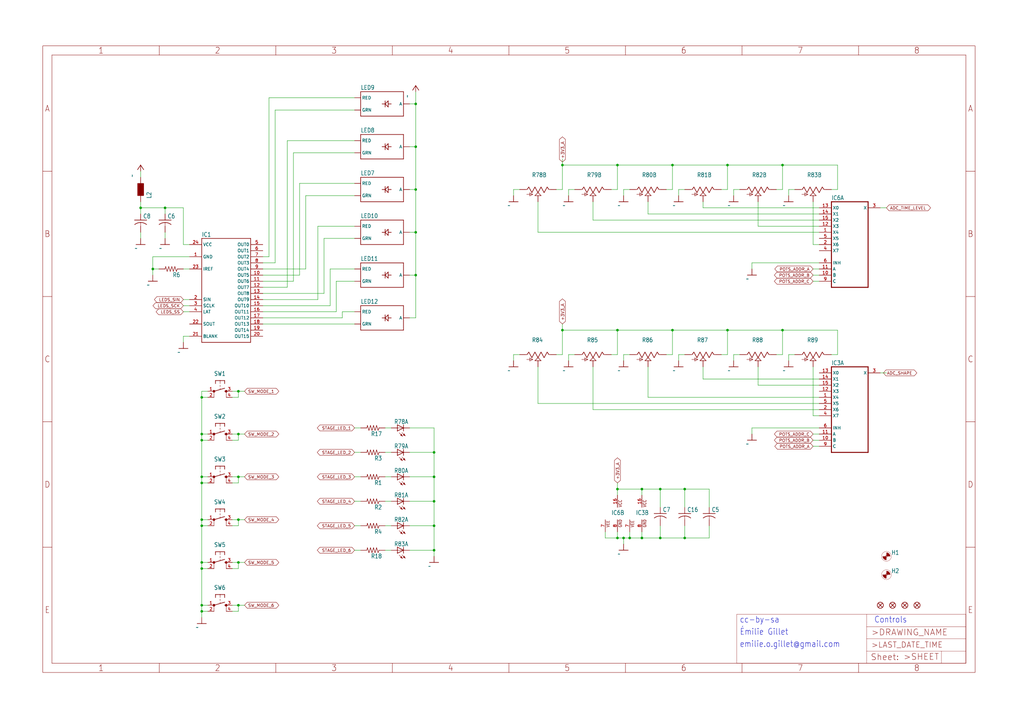
<source format=kicad_sch>
(kicad_sch (version 20211123) (generator eeschema)
  (paper "User" 425.45 299.161)
  (lib_symbols
    (symbol "stages_v70-eagle-import:+3V3" (power)
      (property "Value" "+3V3" (at -2.54 -5.08 90))
      (symbol "+3V3_1_0"
        (pin power_in line (at 0 -2.54 90) (length 2.54) (name "+3V3") (number "1"))
      )
    )
    (symbol "stages_v70-eagle-import:4051PW"
      (property "Reference" "IC" (at -2.54 -0.635 0))
      (symbol "4051PW_1_0"
        (pin bidirectional line (at -12.7 5.08 0) (length 5.08) (name "X4") (number "1"))
        (pin input line (at -12.7 -12.7 0) (length 5.08) (name "B") (number "10"))
        (pin input line (at -12.7 -10.16 0) (length 5.08) (name "A") (number "11"))
        (pin bidirectional line (at -12.7 7.62 0) (length 5.08) (name "X3") (number "12"))
        (pin bidirectional line (at -12.7 15.24 0) (length 5.08) (name "X0") (number "13"))
        (pin bidirectional line (at -12.7 12.7 0) (length 5.08) (name "X1") (number "14"))
        (pin bidirectional line (at -12.7 10.16 0) (length 5.08) (name "X2") (number "15"))
        (pin bidirectional line (at -12.7 0 0) (length 5.08) (name "X6") (number "2"))
        (pin bidirectional line (at 12.7 15.24 180) (length 5.08) (name "X") (number "3"))
        (pin bidirectional line (at -12.7 -2.54 0) (length 5.08) (name "X7") (number "4"))
        (pin bidirectional line (at -12.7 2.54 0) (length 5.08) (name "X5") (number "5"))
        (pin input line (at -12.7 -7.62 0) (length 5.08) (name "INH") (number "6"))
        (pin input line (at -12.7 -15.24 0) (length 5.08) (name "C") (number "9"))
      )
      (symbol "4051PW_2_0"
        (text "GND" (at 1.905 -5.842 900) (effects (font (size 1.27 1.0795)) (justify left bottom)))
        (text "VCC" (at 1.905 2.54 900) (effects (font (size 1.27 1.0795)) (justify left bottom)))
        (text "VEE" (at -3.175 -5.842 900) (effects (font (size 1.27 1.0795)) (justify left bottom)))
        (pin power_in line (at 0 7.62 270) (length 5.08) (name "VCC") (number "16"))
        (pin power_in line (at -5.08 -7.62 90) (length 5.08) (name "VEE") (number "7"))
        (pin power_in line (at 0 -7.62 90) (length 5.08) (name "GND") (number "8"))
      )
    )
    (symbol "stages_v70-eagle-import:A3L-LOC"
      (symbol "A3L-LOC_0_0"
        (text "1" (at 24.2094 1.905 0) (effects (font (size 2.54 2.286))))
        (text "1" (at 24.2094 258.445 0) (effects (font (size 2.54 2.286))))
        (text "2" (at 72.6281 1.905 0) (effects (font (size 2.54 2.286))))
        (text "2" (at 72.6281 258.445 0) (effects (font (size 2.54 2.286))))
        (text "3" (at 121.0469 1.905 0) (effects (font (size 2.54 2.286))))
        (text "3" (at 121.0469 258.445 0) (effects (font (size 2.54 2.286))))
        (text "4" (at 169.4656 1.905 0) (effects (font (size 2.54 2.286))))
        (text "4" (at 169.4656 258.445 0) (effects (font (size 2.54 2.286))))
        (text "5" (at 217.8844 1.905 0) (effects (font (size 2.54 2.286))))
        (text "5" (at 217.8844 258.445 0) (effects (font (size 2.54 2.286))))
        (text "6" (at 266.3031 1.905 0) (effects (font (size 2.54 2.286))))
        (text "6" (at 266.3031 258.445 0) (effects (font (size 2.54 2.286))))
        (text "7" (at 314.7219 1.905 0) (effects (font (size 2.54 2.286))))
        (text "7" (at 314.7219 258.445 0) (effects (font (size 2.54 2.286))))
        (text "8" (at 363.1406 1.905 0) (effects (font (size 2.54 2.286))))
        (text "8" (at 363.1406 258.445 0) (effects (font (size 2.54 2.286))))
        (text "A" (at 1.905 234.315 0) (effects (font (size 2.54 2.286))))
        (text "A" (at 385.445 234.315 0) (effects (font (size 2.54 2.286))))
        (text "B" (at 1.905 182.245 0) (effects (font (size 2.54 2.286))))
        (text "B" (at 385.445 182.245 0) (effects (font (size 2.54 2.286))))
        (text "C" (at 1.905 130.175 0) (effects (font (size 2.54 2.286))))
        (text "C" (at 385.445 130.175 0) (effects (font (size 2.54 2.286))))
        (text "D" (at 1.905 78.105 0) (effects (font (size 2.54 2.286))))
        (text "D" (at 385.445 78.105 0) (effects (font (size 2.54 2.286))))
        (text "E" (at 1.905 26.035 0) (effects (font (size 2.54 2.286))))
        (text "E" (at 385.445 26.035 0) (effects (font (size 2.54 2.286))))
      )
      (symbol "A3L-LOC_1_0"
        (text ">DRAWING_NAME" (at 344.17 15.24 0) (effects (font (size 2.54 2.54)) (justify left bottom)))
        (text ">LAST_DATE_TIME" (at 344.17 10.16 0) (effects (font (size 2.286 2.286)) (justify left bottom)))
        (text ">SHEET" (at 357.505 5.08 0) (effects (font (size 2.54 2.54)) (justify left bottom)))
        (text "Sheet:" (at 343.916 4.953 0) (effects (font (size 2.54 2.54)) (justify left bottom)))
      )
    )
    (symbol "stages_v70-eagle-import:BOURNS_SLIDER"
      (property "Reference" "R" (at -5.08 -2.54 90))
      (property "Value" "BOURNS_SLIDER" (at -2.54 -2.54 90))
      (symbol "BOURNS_SLIDER_1_0"
        (pin passive line (at 0 5.08 270) (length 2.54) (name "A") (number "B"))
        (pin passive line (at 0 -2.54 90) (length 2.54) (name "C") (number "E"))
      )
      (symbol "BOURNS_SLIDER_2_0"
        (pin passive line (at 0 -7.62 90) (length 2.54) (name "A") (number "1"))
        (pin passive line (at 5.08 0 180) (length 2.54) (name "S") (number "2"))
        (pin passive line (at 0 7.62 270) (length 2.54) (name "E") (number "3"))
      )
    )
    (symbol "stages_v70-eagle-import:C-USC0402"
      (property "Reference" "C" (at 1.016 0.635 0))
      (property "Value" "C-USC0402" (at 1.016 -4.191 0))
      (symbol "C-USC0402_1_0"
        (pin passive line (at 0 2.54 270) (length 2.54) (name "1") (number "1"))
        (pin passive line (at 0 -5.08 90) (length 2.54) (name "2") (number "2"))
      )
    )
    (symbol "stages_v70-eagle-import:C-USC1206"
      (property "Reference" "C" (at 1.016 0.635 0))
      (property "Value" "C-USC1206" (at 1.016 -4.191 0))
      (symbol "C-USC1206_1_0"
        (pin passive line (at 0 2.54 270) (length 2.54) (name "1") (number "1"))
        (pin passive line (at 0 -5.08 90) (length 2.54) (name "2") (number "2"))
      )
    )
    (symbol "stages_v70-eagle-import:FIDUCIAL1X2")
    (symbol "stages_v70-eagle-import:GND" (power)
      (property "Value" "GND" (at -2.54 -2.54 0))
      (symbol "GND_1_0"
        (pin power_in line (at 0 2.54 270) (length 2.54) (name "GND") (number "1"))
      )
    )
    (symbol "stages_v70-eagle-import:LED-BICOLOR-THROUGHHOLE-CA"
      (property "Reference" "LED" (at -10.16 5.842 0))
      (property "Value" "LED-BICOLOR-THROUGHHOLE-CA" (at -10.16 -7.62 0))
      (symbol "LED-BICOLOR-THROUGHHOLE-CA_1_0"
        (pin bidirectional line (at 10.16 0 180) (length 2.54) (name "A") (number "A"))
        (pin bidirectional line (at -12.7 -2.54 0) (length 2.54) (name "GRN") (number "GREEN_C"))
        (pin bidirectional line (at -12.7 2.54 0) (length 2.54) (name "RED") (number "RED_C"))
      )
    )
    (symbol "stages_v70-eagle-import:MOUNT-HOLE3.0"
      (property "Reference" "H" (at 2.032 0.5842 0))
      (property "Value" "MOUNT-HOLE3.0" (at 2.032 -2.4638 0))
    )
    (symbol "stages_v70-eagle-import:POT_USVERTICAL_NARROW"
      (property "Reference" "R" (at -5.08 -2.54 90))
      (property "Value" "POT_USVERTICAL_NARROW" (at -2.54 -2.54 90))
      (symbol "POT_USVERTICAL_NARROW_1_0"
        (pin passive line (at 0 7.62 270) (length 2.54) (name "E") (number "P$1"))
        (pin passive line (at 5.08 0 180) (length 2.54) (name "S") (number "P$2"))
        (pin passive line (at 0 -7.62 90) (length 2.54) (name "A") (number "P$3"))
      )
    )
    (symbol "stages_v70-eagle-import:R-US_R0402"
      (property "Reference" "R" (at -3.81 1.4986 0))
      (property "Value" "R-US_R0402" (at -3.81 -3.302 0))
      (symbol "R-US_R0402_1_0"
        (pin passive line (at -5.08 0 0) (length 2.54) (name "1") (number "1"))
        (pin passive line (at 5.08 0 180) (length 2.54) (name "2") (number "2"))
      )
    )
    (symbol "stages_v70-eagle-import:TAC_SWITCHPTH"
      (property "Reference" "S" (at -2.54 6.35 0))
      (property "Value" "TAC_SWITCHPTH" (at -2.54 -6.35 0))
      (symbol "TAC_SWITCHPTH_1_0"
        (pin passive line (at -5.08 0 0) (length 2.54) (name "1") (number "1"))
        (pin passive line (at -5.08 -2.54 0) (length 2.54) (name "2") (number "2"))
        (pin passive line (at 5.08 0 180) (length 2.54) (name "3") (number "3"))
        (pin passive line (at 5.08 -2.54 180) (length 2.54) (name "4") (number "4"))
      )
    )
    (symbol "stages_v70-eagle-import:TLC59281DBQ"
      (property "Reference" "IC" (at -10.16 23.495 0))
      (property "Value" "TLC59281DBQ" (at -10.16 -22.225 0))
      (symbol "TLC59281DBQ_1_0"
        (pin bidirectional line (at -15.24 15.24 0) (length 5.08) (name "GND") (number "1"))
        (pin bidirectional line (at 15.24 7.62 180) (length 5.08) (name "OUT5") (number "10"))
        (pin bidirectional line (at 15.24 5.08 180) (length 5.08) (name "OUT6") (number "11"))
        (pin bidirectional line (at 15.24 2.54 180) (length 5.08) (name "OUT7") (number "12"))
        (pin bidirectional line (at 15.24 0 180) (length 5.08) (name "OUT8") (number "13"))
        (pin bidirectional line (at 15.24 -2.54 180) (length 5.08) (name "OUT9") (number "14"))
        (pin bidirectional line (at 15.24 -5.08 180) (length 5.08) (name "OUT10") (number "15"))
        (pin bidirectional line (at 15.24 -7.62 180) (length 5.08) (name "OUT11") (number "16"))
        (pin bidirectional line (at 15.24 -10.16 180) (length 5.08) (name "OUT12") (number "17"))
        (pin bidirectional line (at 15.24 -12.7 180) (length 5.08) (name "OUT13") (number "18"))
        (pin bidirectional line (at 15.24 -15.24 180) (length 5.08) (name "OUT14") (number "19"))
        (pin bidirectional line (at -15.24 -2.54 0) (length 5.08) (name "SIN") (number "2"))
        (pin bidirectional line (at 15.24 -17.78 180) (length 5.08) (name "OUT15") (number "20"))
        (pin bidirectional line (at -15.24 -17.78 0) (length 5.08) (name "BLANK") (number "21"))
        (pin bidirectional line (at -15.24 -12.7 0) (length 5.08) (name "SOUT") (number "22"))
        (pin bidirectional line (at -15.24 10.16 0) (length 5.08) (name "IREF") (number "23"))
        (pin bidirectional line (at -15.24 20.32 0) (length 5.08) (name "VCC") (number "24"))
        (pin bidirectional line (at -15.24 -5.08 0) (length 5.08) (name "SCLK") (number "3"))
        (pin bidirectional line (at -15.24 -7.62 0) (length 5.08) (name "LAT") (number "4"))
        (pin bidirectional line (at 15.24 20.32 180) (length 5.08) (name "OUT0") (number "5"))
        (pin bidirectional line (at 15.24 17.78 180) (length 5.08) (name "OUT1") (number "6"))
        (pin bidirectional line (at 15.24 15.24 180) (length 5.08) (name "OUT2") (number "7"))
        (pin bidirectional line (at 15.24 12.7 180) (length 5.08) (name "OUT3") (number "8"))
        (pin bidirectional line (at 15.24 10.16 180) (length 5.08) (name "OUT4") (number "9"))
      )
    )
    (symbol "stages_v70-eagle-import:WE-CBF_0603"
      (property "Reference" "L" (at -3.81 5.08 0))
      (property "Value" "WE-CBF_0603" (at -3.81 -1.27 0))
      (symbol "WE-CBF_0603_1_0"
        (pin passive line (at -5.08 2.54 0) (length 2.54) (name "1") (number "1"))
        (pin passive line (at 5.08 2.54 180) (length 2.54) (name "2") (number "2"))
      )
    )
  )
  (junction (at 180.34 218.44))
  (junction (at 261.62 223.52))
  (junction (at 99.06 215.9))
  (junction (at 83.82 198.12))
  (junction (at 284.48 223.52))
  (junction (at 256.54 68.58))
  (junction (at 83.82 236.22))
  (junction (at 274.32 223.52))
  (junction (at 266.7 203.2))
  (junction (at 83.82 218.44))
  (junction (at 83.82 251.46))
  (junction (at 83.82 215.9))
  (junction (at 256.54 137.16))
  (junction (at 68.58 86.36))
  (junction (at 83.82 200.66))
  (junction (at 180.34 198.12))
  (junction (at 99.06 198.12))
  (junction (at 172.72 43.18))
  (junction (at 256.54 203.2))
  (junction (at 172.72 78.74))
  (junction (at 256.54 223.52))
  (junction (at 302.26 68.58))
  (junction (at 266.7 223.52))
  (junction (at 172.72 60.96))
  (junction (at 83.82 165.1))
  (junction (at 325.12 68.58))
  (junction (at 180.34 187.96))
  (junction (at 99.06 180.34))
  (junction (at 279.4 137.16))
  (junction (at 99.06 162.56))
  (junction (at 180.34 208.28))
  (junction (at 58.42 86.36))
  (junction (at 99.06 251.46))
  (junction (at 83.82 254))
  (junction (at 259.08 223.52))
  (junction (at 325.12 137.16))
  (junction (at 279.4 68.58))
  (junction (at 172.72 96.52))
  (junction (at 180.34 228.6))
  (junction (at 302.26 137.16))
  (junction (at 172.72 114.3))
  (junction (at 274.32 203.2))
  (junction (at 63.5 111.76))
  (junction (at 233.68 137.16))
  (junction (at 83.82 180.34))
  (junction (at 83.82 233.68))
  (junction (at 233.68 68.58))
  (junction (at 99.06 233.68))
  (junction (at 284.48 203.2))
  (junction (at 83.82 182.88))
  (wire (pts (xy 149.86 228.6) (xy 147.32 228.6)))
  (wire (pts (xy 337.82 101.6) (xy 340.36 101.6)))
  (wire (pts (xy 180.34 228.6) (xy 180.34 218.44)))
  (wire (pts (xy 83.82 254) (xy 83.82 256.54)))
  (wire (pts (xy 134.62 121.92) (xy 134.62 99.06)))
  (wire (pts (xy 330.2 78.74) (xy 327.66 78.74)))
  (wire (pts (xy 83.82 218.44) (xy 83.82 233.68)))
  (wire (pts (xy 139.7 116.84) (xy 147.32 116.84)))
  (wire (pts (xy 312.42 177.8) (xy 312.42 180.34)))
  (wire (pts (xy 68.58 88.9) (xy 68.58 86.36)))
  (wire (pts (xy 327.66 147.32) (xy 327.66 149.86)))
  (wire (pts (xy 259.08 147.32) (xy 259.08 149.86)))
  (wire (pts (xy 76.2 86.36) (xy 68.58 86.36)))
  (wire (pts (xy 180.34 208.28) (xy 180.34 198.12)))
  (wire (pts (xy 238.76 147.32) (xy 236.22 147.32)))
  (wire (pts (xy 68.58 86.36) (xy 58.42 86.36)))
  (wire (pts (xy 302.26 137.16) (xy 325.12 137.16)))
  (wire (pts (xy 139.7 129.54) (xy 109.22 129.54)))
  (wire (pts (xy 149.86 187.96) (xy 147.32 187.96)))
  (wire (pts (xy 340.36 180.34) (xy 337.82 180.34)))
  (wire (pts (xy 254 78.74) (xy 256.54 78.74)))
  (wire (pts (xy 256.54 68.58) (xy 279.4 68.58)))
  (wire (pts (xy 83.82 215.9) (xy 83.82 218.44)))
  (wire (pts (xy 340.36 111.76) (xy 337.82 111.76)))
  (wire (pts (xy 149.86 198.12) (xy 147.32 198.12)))
  (wire (pts (xy 251.46 220.98) (xy 251.46 223.52)))
  (wire (pts (xy 99.06 200.66) (xy 99.06 198.12)))
  (wire (pts (xy 147.32 76.2) (xy 124.46 76.2)))
  (wire (pts (xy 111.76 40.64) (xy 111.76 106.68)))
  (wire (pts (xy 281.94 78.74) (xy 281.94 81.28)))
  (wire (pts (xy 281.94 147.32) (xy 281.94 149.86)))
  (wire (pts (xy 99.06 198.12) (xy 101.6 198.12)))
  (wire (pts (xy 180.34 228.6) (xy 180.34 231.14)))
  (wire (pts (xy 261.62 147.32) (xy 259.08 147.32)))
  (wire (pts (xy 340.36 167.64) (xy 223.52 167.64)))
  (wire (pts (xy 76.2 111.76) (xy 78.74 111.76)))
  (wire (pts (xy 170.18 228.6) (xy 180.34 228.6)))
  (wire (pts (xy 99.06 182.88) (xy 99.06 180.34)))
  (wire (pts (xy 99.06 180.34) (xy 101.6 180.34)))
  (wire (pts (xy 142.24 129.54) (xy 142.24 132.08)))
  (wire (pts (xy 325.12 147.32) (xy 325.12 137.16)))
  (wire (pts (xy 299.72 78.74) (xy 302.26 78.74)))
  (wire (pts (xy 78.74 124.46) (xy 76.2 124.46)))
  (wire (pts (xy 292.1 83.82) (xy 292.1 86.36)))
  (wire (pts (xy 139.7 116.84) (xy 139.7 129.54)))
  (wire (pts (xy 223.52 83.82) (xy 223.52 96.52)))
  (wire (pts (xy 294.64 223.52) (xy 294.64 218.44)))
  (wire (pts (xy 246.38 83.82) (xy 246.38 91.44)))
  (wire (pts (xy 180.34 187.96) (xy 180.34 177.8)))
  (wire (pts (xy 292.1 86.36) (xy 340.36 86.36)))
  (wire (pts (xy 109.22 124.46) (xy 132.08 124.46)))
  (wire (pts (xy 213.36 78.74) (xy 213.36 81.28)))
  (wire (pts (xy 236.22 147.32) (xy 236.22 149.86)))
  (wire (pts (xy 111.76 40.64) (xy 147.32 40.64)))
  (wire (pts (xy 86.36 165.1) (xy 83.82 165.1)))
  (wire (pts (xy 83.82 198.12) (xy 83.82 182.88)))
  (wire (pts (xy 109.22 106.68) (xy 111.76 106.68)))
  (wire (pts (xy 99.06 215.9) (xy 101.6 215.9)))
  (wire (pts (xy 96.52 180.34) (xy 99.06 180.34)))
  (wire (pts (xy 86.36 236.22) (xy 83.82 236.22)))
  (wire (pts (xy 259.08 78.74) (xy 259.08 81.28)))
  (wire (pts (xy 99.06 254) (xy 99.06 251.46)))
  (wire (pts (xy 347.98 147.32) (xy 345.44 147.32)))
  (wire (pts (xy 279.4 147.32) (xy 279.4 137.16)))
  (wire (pts (xy 307.34 147.32) (xy 304.8 147.32)))
  (wire (pts (xy 304.8 147.32) (xy 304.8 149.86)))
  (wire (pts (xy 99.06 251.46) (xy 101.6 251.46)))
  (wire (pts (xy 170.18 198.12) (xy 180.34 198.12)))
  (wire (pts (xy 340.36 177.8) (xy 312.42 177.8)))
  (wire (pts (xy 304.8 78.74) (xy 304.8 81.28)))
  (wire (pts (xy 58.42 96.52) (xy 58.42 99.06)))
  (wire (pts (xy 347.98 137.16) (xy 347.98 147.32)))
  (wire (pts (xy 86.36 162.56) (xy 83.82 162.56)))
  (wire (pts (xy 121.92 116.84) (xy 121.92 63.5)))
  (wire (pts (xy 96.52 200.66) (xy 99.06 200.66)))
  (wire (pts (xy 266.7 205.74) (xy 266.7 203.2)))
  (wire (pts (xy 294.64 210.82) (xy 294.64 203.2)))
  (wire (pts (xy 83.82 200.66) (xy 83.82 215.9)))
  (wire (pts (xy 96.52 182.88) (xy 99.06 182.88)))
  (wire (pts (xy 259.08 223.52) (xy 259.08 226.06)))
  (wire (pts (xy 86.36 251.46) (xy 83.82 251.46)))
  (wire (pts (xy 284.48 223.52) (xy 284.48 218.44)))
  (wire (pts (xy 172.72 96.52) (xy 172.72 78.74)))
  (wire (pts (xy 127 81.28) (xy 147.32 81.28)))
  (wire (pts (xy 314.96 93.98) (xy 340.36 93.98)))
  (wire (pts (xy 99.06 218.44) (xy 99.06 215.9)))
  (wire (pts (xy 147.32 93.98) (xy 132.08 93.98)))
  (wire (pts (xy 340.36 160.02) (xy 314.96 160.02)))
  (wire (pts (xy 256.54 220.98) (xy 256.54 223.52)))
  (wire (pts (xy 266.7 223.52) (xy 274.32 223.52)))
  (wire (pts (xy 238.76 78.74) (xy 236.22 78.74)))
  (wire (pts (xy 325.12 78.74) (xy 325.12 68.58)))
  (wire (pts (xy 162.56 228.6) (xy 160.02 228.6)))
  (wire (pts (xy 96.52 236.22) (xy 99.06 236.22)))
  (wire (pts (xy 256.54 78.74) (xy 256.54 68.58)))
  (wire (pts (xy 279.4 137.16) (xy 302.26 137.16)))
  (wire (pts (xy 266.7 220.98) (xy 266.7 223.52)))
  (wire (pts (xy 109.22 116.84) (xy 121.92 116.84)))
  (wire (pts (xy 99.06 165.1) (xy 99.06 162.56)))
  (wire (pts (xy 142.24 129.54) (xy 147.32 129.54)))
  (wire (pts (xy 276.86 147.32) (xy 279.4 147.32)))
  (wire (pts (xy 86.36 180.34) (xy 83.82 180.34)))
  (wire (pts (xy 340.36 182.88) (xy 337.82 182.88)))
  (wire (pts (xy 149.86 218.44) (xy 147.32 218.44)))
  (wire (pts (xy 327.66 78.74) (xy 327.66 81.28)))
  (wire (pts (xy 137.16 111.76) (xy 147.32 111.76)))
  (wire (pts (xy 223.52 152.4) (xy 223.52 167.64)))
  (wire (pts (xy 83.82 198.12) (xy 83.82 200.66)))
  (wire (pts (xy 137.16 111.76) (xy 137.16 127)))
  (wire (pts (xy 78.74 139.7) (xy 76.2 139.7)))
  (wire (pts (xy 134.62 121.92) (xy 109.22 121.92)))
  (wire (pts (xy 86.36 200.66) (xy 83.82 200.66)))
  (wire (pts (xy 78.74 127) (xy 76.2 127)))
  (wire (pts (xy 58.42 88.9) (xy 58.42 86.36)))
  (wire (pts (xy 276.86 78.74) (xy 279.4 78.74)))
  (wire (pts (xy 83.82 218.44) (xy 86.36 218.44)))
  (wire (pts (xy 170.18 132.08) (xy 172.72 132.08)))
  (wire (pts (xy 83.82 180.34) (xy 83.82 182.88)))
  (wire (pts (xy 233.68 137.16) (xy 233.68 134.62)))
  (wire (pts (xy 325.12 68.58) (xy 347.98 68.58)))
  (wire (pts (xy 269.24 165.1) (xy 269.24 152.4)))
  (wire (pts (xy 63.5 114.3) (xy 63.5 111.76)))
  (wire (pts (xy 96.52 218.44) (xy 99.06 218.44)))
  (wire (pts (xy 83.82 162.56) (xy 83.82 165.1)))
  (wire (pts (xy 162.56 187.96) (xy 160.02 187.96)))
  (wire (pts (xy 274.32 203.2) (xy 274.32 210.82)))
  (wire (pts (xy 172.72 43.18) (xy 172.72 38.1)))
  (wire (pts (xy 58.42 73.66) (xy 58.42 71.12)))
  (wire (pts (xy 96.52 165.1) (xy 99.06 165.1)))
  (wire (pts (xy 261.62 78.74) (xy 259.08 78.74)))
  (wire (pts (xy 302.26 147.32) (xy 302.26 137.16)))
  (wire (pts (xy 109.22 119.38) (xy 119.38 119.38)))
  (wire (pts (xy 83.82 233.68) (xy 83.82 236.22)))
  (wire (pts (xy 213.36 147.32) (xy 213.36 149.86)))
  (wire (pts (xy 172.72 60.96) (xy 172.72 43.18)))
  (wire (pts (xy 96.52 251.46) (xy 99.06 251.46)))
  (wire (pts (xy 312.42 109.22) (xy 312.42 111.76)))
  (wire (pts (xy 259.08 223.52) (xy 261.62 223.52)))
  (wire (pts (xy 99.06 162.56) (xy 101.6 162.56)))
  (wire (pts (xy 261.62 220.98) (xy 261.62 223.52)))
  (wire (pts (xy 340.36 116.84) (xy 337.82 116.84)))
  (wire (pts (xy 246.38 170.18) (xy 340.36 170.18)))
  (wire (pts (xy 96.52 233.68) (xy 99.06 233.68)))
  (wire (pts (xy 170.18 177.8) (xy 180.34 177.8)))
  (wire (pts (xy 365.76 86.36) (xy 368.3 86.36)))
  (wire (pts (xy 266.7 203.2) (xy 256.54 203.2)))
  (wire (pts (xy 172.72 114.3) (xy 172.72 132.08)))
  (wire (pts (xy 274.32 223.52) (xy 284.48 223.52)))
  (wire (pts (xy 246.38 91.44) (xy 340.36 91.44)))
  (wire (pts (xy 66.04 111.76) (xy 63.5 111.76)))
  (wire (pts (xy 325.12 137.16) (xy 347.98 137.16)))
  (wire (pts (xy 170.18 218.44) (xy 180.34 218.44)))
  (wire (pts (xy 96.52 215.9) (xy 99.06 215.9)))
  (wire (pts (xy 96.52 162.56) (xy 99.06 162.56)))
  (wire (pts (xy 170.18 96.52) (xy 172.72 96.52)))
  (wire (pts (xy 337.82 172.72) (xy 340.36 172.72)))
  (wire (pts (xy 233.68 68.58) (xy 233.68 66.04)))
  (wire (pts (xy 233.68 147.32) (xy 233.68 137.16)))
  (wire (pts (xy 269.24 88.9) (xy 340.36 88.9)))
  (wire (pts (xy 86.36 215.9) (xy 83.82 215.9)))
  (wire (pts (xy 314.96 93.98) (xy 314.96 83.82)))
  (wire (pts (xy 83.82 165.1) (xy 83.82 180.34)))
  (wire (pts (xy 127 111.76) (xy 127 81.28)))
  (wire (pts (xy 149.86 177.8) (xy 147.32 177.8)))
  (wire (pts (xy 137.16 127) (xy 109.22 127)))
  (wire (pts (xy 83.82 254) (xy 86.36 254)))
  (wire (pts (xy 256.54 205.74) (xy 256.54 203.2)))
  (wire (pts (xy 78.74 129.54) (xy 76.2 129.54)))
  (wire (pts (xy 170.18 43.18) (xy 172.72 43.18)))
  (wire (pts (xy 256.54 223.52) (xy 259.08 223.52)))
  (wire (pts (xy 78.74 101.6) (xy 76.2 101.6)))
  (wire (pts (xy 58.42 86.36) (xy 58.42 83.82)))
  (wire (pts (xy 340.36 157.48) (xy 292.1 157.48)))
  (wire (pts (xy 231.14 147.32) (xy 233.68 147.32)))
  (wire (pts (xy 63.5 111.76) (xy 63.5 106.68)))
  (wire (pts (xy 76.2 101.6) (xy 76.2 86.36)))
  (wire (pts (xy 96.52 254) (xy 99.06 254)))
  (wire (pts (xy 340.36 165.1) (xy 269.24 165.1)))
  (wire (pts (xy 233.68 137.16) (xy 256.54 137.16)))
  (wire (pts (xy 109.22 134.62) (xy 147.32 134.62)))
  (wire (pts (xy 340.36 109.22) (xy 312.42 109.22)))
  (wire (pts (xy 180.34 218.44) (xy 180.34 208.28)))
  (wire (pts (xy 269.24 83.82) (xy 269.24 88.9)))
  (wire (pts (xy 254 147.32) (xy 256.54 147.32)))
  (wire (pts (xy 78.74 106.68) (xy 63.5 106.68)))
  (wire (pts (xy 279.4 68.58) (xy 302.26 68.58)))
  (wire (pts (xy 340.36 114.3) (xy 337.82 114.3)))
  (wire (pts (xy 347.98 78.74) (xy 345.44 78.74)))
  (wire (pts (xy 256.54 137.16) (xy 279.4 137.16)))
  (wire (pts (xy 261.62 223.52) (xy 266.7 223.52)))
  (wire (pts (xy 284.48 78.74) (xy 281.94 78.74)))
  (wire (pts (xy 160.02 218.44) (xy 162.56 218.44)))
  (wire (pts (xy 83.82 182.88) (xy 86.36 182.88)))
  (wire (pts (xy 307.34 78.74) (xy 304.8 78.74)))
  (wire (pts (xy 302.26 78.74) (xy 302.26 68.58)))
  (wire (pts (xy 170.18 78.74) (xy 172.72 78.74)))
  (wire (pts (xy 121.92 63.5) (xy 147.32 63.5)))
  (wire (pts (xy 294.64 203.2) (xy 284.48 203.2)))
  (wire (pts (xy 322.58 147.32) (xy 325.12 147.32)))
  (wire (pts (xy 86.36 233.68) (xy 83.82 233.68)))
  (wire (pts (xy 231.14 78.74) (xy 233.68 78.74)))
  (wire (pts (xy 215.9 147.32) (xy 213.36 147.32)))
  (wire (pts (xy 109.22 114.3) (xy 124.46 114.3)))
  (wire (pts (xy 256.54 147.32) (xy 256.54 137.16)))
  (wire (pts (xy 233.68 68.58) (xy 256.54 68.58)))
  (wire (pts (xy 149.86 208.28) (xy 147.32 208.28)))
  (wire (pts (xy 114.3 45.72) (xy 114.3 109.22)))
  (wire (pts (xy 99.06 233.68) (xy 101.6 233.68)))
  (wire (pts (xy 83.82 236.22) (xy 83.82 251.46)))
  (wire (pts (xy 236.22 78.74) (xy 236.22 81.28)))
  (wire (pts (xy 302.26 68.58) (xy 325.12 68.58)))
  (wire (pts (xy 172.72 96.52) (xy 172.72 114.3)))
  (wire (pts (xy 172.72 78.74) (xy 172.72 60.96)))
  (wire (pts (xy 170.18 60.96) (xy 172.72 60.96)))
  (wire (pts (xy 215.9 78.74) (xy 213.36 78.74)))
  (wire (pts (xy 170.18 114.3) (xy 172.72 114.3)))
  (wire (pts (xy 114.3 45.72) (xy 147.32 45.72)))
  (wire (pts (xy 86.36 198.12) (xy 83.82 198.12)))
  (wire (pts (xy 292.1 157.48) (xy 292.1 152.4)))
  (wire (pts (xy 251.46 223.52) (xy 256.54 223.52)))
  (wire (pts (xy 76.2 139.7) (xy 76.2 142.24)))
  (wire (pts (xy 96.52 198.12) (xy 99.06 198.12)))
  (wire (pts (xy 160.02 208.28) (xy 162.56 208.28)))
  (wire (pts (xy 109.22 109.22) (xy 114.3 109.22)))
  (wire (pts (xy 223.52 96.52) (xy 340.36 96.52)))
  (wire (pts (xy 266.7 203.2) (xy 274.32 203.2)))
  (wire (pts (xy 119.38 58.42) (xy 147.32 58.42)))
  (wire (pts (xy 284.48 147.32) (xy 281.94 147.32)))
  (wire (pts (xy 170.18 208.28) (xy 180.34 208.28)))
  (wire (pts (xy 347.98 68.58) (xy 347.98 78.74)))
  (wire (pts (xy 180.34 198.12) (xy 180.34 187.96)))
  (wire (pts (xy 284.48 203.2) (xy 284.48 210.82)))
  (wire (pts (xy 83.82 251.46) (xy 83.82 254)))
  (wire (pts (xy 284.48 223.52) (xy 294.64 223.52)))
  (wire (pts (xy 160.02 198.12) (xy 162.56 198.12)))
  (wire (pts (xy 365.76 154.94) (xy 368.3 154.94)))
  (wire (pts (xy 109.22 111.76) (xy 127 111.76)))
  (wire (pts (xy 68.58 99.06) (xy 68.58 96.52)))
  (wire (pts (xy 337.82 152.4) (xy 337.82 172.72)))
  (wire (pts (xy 314.96 160.02) (xy 314.96 152.4)))
  (wire (pts (xy 119.38 119.38) (xy 119.38 58.42)))
  (wire (pts (xy 246.38 152.4) (xy 246.38 170.18)))
  (wire (pts (xy 233.68 78.74) (xy 233.68 68.58)))
  (wire (pts (xy 322.58 78.74) (xy 325.12 78.74)))
  (wire (pts (xy 124.46 114.3) (xy 124.46 76.2)))
  (wire (pts (xy 330.2 147.32) (xy 327.66 147.32)))
  (wire (pts (xy 99.06 236.22) (xy 99.06 233.68)))
  (wire (pts (xy 279.4 78.74) (xy 279.4 68.58)))
  (wire (pts (xy 299.72 147.32) (xy 302.26 147.32)))
  (wire (pts (xy 132.08 124.46) (xy 132.08 93.98)))
  (wire (pts (xy 340.36 185.42) (xy 337.82 185.42)))
  (wire (pts (xy 337.82 83.82) (xy 337.82 101.6)))
  (wire (pts (xy 142.24 132.08) (xy 109.22 132.08)))
  (wire (pts (xy 274.32 203.2) (xy 284.48 203.2)))
  (wire (pts (xy 134.62 99.06) (xy 147.32 99.06)))
  (wire (pts (xy 160.02 177.8) (xy 162.56 177.8)))
  (wire (pts (xy 274.32 223.52) (xy 274.32 218.44)))
  (wire (pts (xy 256.54 203.2) (xy 256.54 200.66)))
  (wire (pts (xy 170.18 187.96) (xy 180.34 187.96)))
  (text "Controls" (at 363.22 259.08 180) (effects (font (size 2.54 2.159)) (justify left bottom)))
  (text "Émilie Gillet" (at 307.34 264.16 180) (effects (font (size 2.54 2.159)) (justify left bottom)))
  (text "emilie.o.gillet@gmail.com" (at 307.34 269.24 180) (effects (font (size 2.54 2.159)) (justify left bottom)))
  (text "cc-by-sa" (at 307.34 259.08 180) (effects (font (size 2.54 2.159)) (justify left bottom)))
  (global_label "STAGE_LED_4" (shape bidirectional) (at 147.32 208.28 180) (effects (font (size 1.2446 1.2446))) (property "Intersheet References" "${INTERSHEET_REFS}" (effects hide)))
  (global_label "POTS_ADDR_C" (shape bidirectional) (at 337.82 116.84 180) (effects (font (size 1.2446 1.2446))) (property "Intersheet References" "${INTERSHEET_REFS}" (effects hide)))
  (global_label "POTS_ADDR_B" (shape bidirectional) (at 337.82 182.88 180) (effects (font (size 1.2446 1.2446))) (property "Intersheet References" "${INTERSHEET_REFS}" (effects hide)))
  (global_label "STAGE_LED_6" (shape bidirectional) (at 147.32 228.6 180) (effects (font (size 1.2446 1.2446))) (property "Intersheet References" "${INTERSHEET_REFS}" (effects hide)))
  (global_label "POTS_ADDR_B" (shape bidirectional) (at 337.82 114.3 180) (effects (font (size 1.2446 1.2446))) (property "Intersheet References" "${INTERSHEET_REFS}" (effects hide)))
  (global_label "STAGE_LED_3" (shape bidirectional) (at 147.32 198.12 180) (effects (font (size 1.2446 1.2446))) (property "Intersheet References" "${INTERSHEET_REFS}" (effects hide)))
  (global_label "SW_MODE_3" (shape bidirectional) (at 101.6 198.12 0) (effects (font (size 1.2446 1.2446))) (property "Intersheet References" "${INTERSHEET_REFS}" (effects hide)))
  (global_label "LEDS_SIN" (shape bidirectional) (at 76.2 124.46 180) (effects (font (size 1.2446 1.2446))) (property "Intersheet References" "${INTERSHEET_REFS}" (effects hide)))
  (global_label "STAGE_LED_5" (shape bidirectional) (at 147.32 218.44 180) (effects (font (size 1.2446 1.2446))) (property "Intersheet References" "${INTERSHEET_REFS}" (effects hide)))
  (global_label "+3V3_A" (shape bidirectional) (at 256.54 200.66 90) (effects (font (size 1.2446 1.2446))) (property "Intersheet References" "${INTERSHEET_REFS}" (effects hide)))
  (global_label "STAGE_LED_1" (shape bidirectional) (at 147.32 177.8 180) (effects (font (size 1.2446 1.2446))) (property "Intersheet References" "${INTERSHEET_REFS}" (effects hide)))
  (global_label "SW_MODE_4" (shape bidirectional) (at 101.6 215.9 0) (effects (font (size 1.2446 1.2446))) (property "Intersheet References" "${INTERSHEET_REFS}" (effects hide)))
  (global_label "SW_MODE_5" (shape bidirectional) (at 101.6 233.68 0) (effects (font (size 1.2446 1.2446))) (property "Intersheet References" "${INTERSHEET_REFS}" (effects hide)))
  (global_label "LEDS_SCK" (shape bidirectional) (at 76.2 127 180) (effects (font (size 1.2446 1.2446))) (property "Intersheet References" "${INTERSHEET_REFS}" (effects hide)))
  (global_label "+3V3_A" (shape bidirectional) (at 233.68 134.62 90) (effects (font (size 1.2446 1.2446))) (property "Intersheet References" "${INTERSHEET_REFS}" (effects hide)))
  (global_label "SW_MODE_1" (shape bidirectional) (at 101.6 162.56 0) (effects (font (size 1.2446 1.2446))) (property "Intersheet References" "${INTERSHEET_REFS}" (effects hide)))
  (global_label "SW_MODE_6" (shape bidirectional) (at 101.6 251.46 0) (effects (font (size 1.2446 1.2446))) (property "Intersheet References" "${INTERSHEET_REFS}" (effects hide)))
  (global_label "ADC_TIME_LEVEL" (shape bidirectional) (at 368.3 86.36 0) (effects (font (size 1.2446 1.2446))) (property "Intersheet References" "${INTERSHEET_REFS}" (effects hide)))
  (global_label "+3V3_A" (shape bidirectional) (at 233.68 67.31 90) (effects (font (size 1.2446 1.2446))) (property "Intersheet References" "${INTERSHEET_REFS}" (effects hide)))
  (global_label "LEDS_SS" (shape bidirectional) (at 76.2 129.54 180) (effects (font (size 1.2446 1.2446))) (property "Intersheet References" "${INTERSHEET_REFS}" (effects hide)))
  (global_label "STAGE_LED_2" (shape bidirectional) (at 147.32 187.96 180) (effects (font (size 1.2446 1.2446))) (property "Intersheet References" "${INTERSHEET_REFS}" (effects hide)))
  (global_label "POTS_ADDR_C" (shape bidirectional) (at 337.82 180.34 180) (effects (font (size 1.2446 1.2446))) (property "Intersheet References" "${INTERSHEET_REFS}" (effects hide)))
  (global_label "ADC_SHAPE" (shape bidirectional) (at 367.03 154.94 0) (effects (font (size 1.2446 1.2446))) (property "Intersheet References" "${INTERSHEET_REFS}" (effects hide)))
  (global_label "POTS_ADDR_A" (shape bidirectional) (at 337.82 185.42 180) (effects (font (size 1.2446 1.2446))) (property "Intersheet References" "${INTERSHEET_REFS}" (effects hide)))
  (global_label "SW_MODE_2" (shape bidirectional) (at 101.6 180.34 0) (effects (font (size 1.2446 1.2446))) (property "Intersheet References" "${INTERSHEET_REFS}" (effects hide)))
  (global_label "POTS_ADDR_A" (shape bidirectional) (at 337.82 111.76 180) (effects (font (size 1.2446 1.2446))) (property "Intersheet References" "${INTERSHEET_REFS}" (effects hide)))
  (symbol (lib_id "stages_v70-eagle-import:POT_USVERTICAL_NARROW") (at 292.1 147.32 270) (unit 1)
    (property "Reference" "R87" (at 289.56 142.24 90) (effects (font (size 1.778 1.5113)) (justify left bottom)))
  )
  (symbol (lib_id "stages_v70-eagle-import:4051PW") (at 353.06 170.18 0) (unit 1)
    (property "Reference" "IC3" (at 345.44 151.765 0) (effects (font (size 1.778 1.5113)) (justify left bottom)))
  )
  (symbol (lib_id "stages_v70-eagle-import:+3V3") (at 172.72 35.56 0) (unit 1)
    (property "Reference" "#+3V2" (effects hide))
  )
  (symbol (lib_id "stages_v70-eagle-import:BOURNS_SLIDER") (at 337.82 78.74 270) (unit 2)
    (property "Reference" "R83" (at 335.28 73.66 90) (effects (font (size 1.778 1.5113)) (justify left bottom)))
  )
  (symbol (lib_id "stages_v70-eagle-import:C-USC0402") (at 284.48 213.36 0) (unit 1)
    (property "Reference" "C16" (at 285.496 212.725 0) (effects (font (size 1.778 1.5113)) (justify left bottom)))
  )
  (symbol (lib_id "stages_v70-eagle-import:4051PW") (at 266.7 213.36 0) (unit 2)
    (property "Reference" "IC3" (at 264.16 213.995 0) (effects (font (size 1.778 1.5113)) (justify left bottom)))
  )
  (symbol (lib_id "stages_v70-eagle-import:GND") (at 63.5 116.84 0) (unit 1)
    (property "Reference" "#GND55" (effects hide))
  )
  (symbol (lib_id "stages_v70-eagle-import:TAC_SWITCHPTH") (at 91.44 233.68 0) (unit 1)
    (property "Reference" "SW5" (at 88.9 227.33 0) (effects (font (size 1.778 1.5113)) (justify left bottom)))
  )
  (symbol (lib_id "stages_v70-eagle-import:BOURNS_SLIDER") (at 167.64 177.8 90) (unit 1)
    (property "Reference" "R78" (at 169.672 174.244 90) (effects (font (size 1.778 1.5113)) (justify left bottom)))
  )
  (symbol (lib_id "stages_v70-eagle-import:TAC_SWITCHPTH") (at 91.44 180.34 0) (unit 1)
    (property "Reference" "SW2" (at 88.9 173.99 0) (effects (font (size 1.778 1.5113)) (justify left bottom)))
  )
  (symbol (lib_id "stages_v70-eagle-import:R-US_R0402") (at 154.94 177.8 180) (unit 1)
    (property "Reference" "R17" (at 158.75 179.2986 0) (effects (font (size 1.778 1.5113)) (justify left bottom)))
  )
  (symbol (lib_id "stages_v70-eagle-import:R-US_R0402") (at 154.94 208.28 180) (unit 1)
    (property "Reference" "R2" (at 158.75 209.7786 0) (effects (font (size 1.778 1.5113)) (justify left bottom)))
  )
  (symbol (lib_id "stages_v70-eagle-import:LED-BICOLOR-THROUGHHOLE-CA") (at 160.02 78.74 0) (unit 1)
    (property "Reference" "LED7" (at 149.86 72.898 0) (effects (font (size 1.778 1.5113)) (justify left bottom)))
  )
  (symbol (lib_id "stages_v70-eagle-import:BOURNS_SLIDER") (at 292.1 78.74 270) (unit 2)
    (property "Reference" "R81" (at 289.56 73.66 90) (effects (font (size 1.778 1.5113)) (justify left bottom)))
  )
  (symbol (lib_id "stages_v70-eagle-import:FIDUCIAL1X2") (at 381 251.46 0) (unit 1)
    (property "Reference" "JP7" (effects hide))
  )
  (symbol (lib_id "stages_v70-eagle-import:LED-BICOLOR-THROUGHHOLE-CA") (at 160.02 43.18 0) (unit 1)
    (property "Reference" "LED9" (at 149.86 37.338 0) (effects (font (size 1.778 1.5113)) (justify left bottom)))
  )
  (symbol (lib_id "stages_v70-eagle-import:LED-BICOLOR-THROUGHHOLE-CA") (at 160.02 96.52 0) (unit 1)
    (property "Reference" "LED10" (at 149.86 90.678 0) (effects (font (size 1.778 1.5113)) (justify left bottom)))
  )
  (symbol (lib_id "stages_v70-eagle-import:GND") (at 312.42 182.88 0) (unit 1)
    (property "Reference" "#GND49" (effects hide))
  )
  (symbol (lib_id "stages_v70-eagle-import:FIDUCIAL1X2") (at 370.84 251.46 0) (unit 1)
    (property "Reference" "JP1" (effects hide))
  )
  (symbol (lib_id "stages_v70-eagle-import:TAC_SWITCHPTH") (at 91.44 215.9 0) (unit 1)
    (property "Reference" "SW4" (at 88.9 209.55 0) (effects (font (size 1.778 1.5113)) (justify left bottom)))
  )
  (symbol (lib_id "stages_v70-eagle-import:GND") (at 259.08 83.82 0) (unit 1)
    (property "Reference" "#GND43" (effects hide))
  )
  (symbol (lib_id "stages_v70-eagle-import:POT_USVERTICAL_NARROW") (at 269.24 147.32 270) (unit 1)
    (property "Reference" "R86" (at 266.7 142.24 90) (effects (font (size 1.778 1.5113)) (justify left bottom)))
  )
  (symbol (lib_id "stages_v70-eagle-import:GND") (at 281.94 83.82 0) (unit 1)
    (property "Reference" "#GND44" (effects hide))
  )
  (symbol (lib_id "stages_v70-eagle-import:GND") (at 68.58 101.6 0) (unit 1)
    (property "Reference" "#GND94" (effects hide))
  )
  (symbol (lib_id "stages_v70-eagle-import:MOUNT-HOLE3.0") (at 368.3 231.14 0) (unit 1)
    (property "Reference" "H1" (at 370.332 230.5558 0) (effects (font (size 1.778 1.5113)) (justify left bottom)))
  )
  (symbol (lib_id "stages_v70-eagle-import:GND") (at 327.66 152.4 0) (unit 1)
    (property "Reference" "#GND48" (effects hide))
  )
  (symbol (lib_id "stages_v70-eagle-import:WE-CBF_0603") (at 55.88 78.74 270) (mirror x) (unit 1)
    (property "Reference" "L2" (at 60.96 82.55 0) (effects (font (size 1.778 1.5113)) (justify left bottom)))
  )
  (symbol (lib_id "stages_v70-eagle-import:GND") (at 304.8 152.4 0) (unit 1)
    (property "Reference" "#GND7" (effects hide))
  )
  (symbol (lib_id "stages_v70-eagle-import:MOUNT-HOLE3.0") (at 368.3 238.76 0) (unit 1)
    (property "Reference" "H2" (at 370.332 238.1758 0) (effects (font (size 1.778 1.5113)) (justify left bottom)))
  )
  (symbol (lib_id "stages_v70-eagle-import:FIDUCIAL1X2") (at 375.92 251.46 0) (unit 1)
    (property "Reference" "JP8" (effects hide))
  )
  (symbol (lib_id "stages_v70-eagle-import:C-USC0402") (at 58.42 91.44 0) (unit 1)
    (property "Reference" "C8" (at 59.436 90.805 0) (effects (font (size 1.778 1.5113)) (justify left bottom)))
  )
  (symbol (lib_id "stages_v70-eagle-import:GND") (at 281.94 152.4 0) (unit 1)
    (property "Reference" "#GND6" (effects hide))
  )
  (symbol (lib_id "stages_v70-eagle-import:GND") (at 213.36 83.82 0) (unit 1)
    (property "Reference" "#GND41" (effects hide))
  )
  (symbol (lib_id "stages_v70-eagle-import:R-US_R0402") (at 154.94 187.96 180) (unit 1)
    (property "Reference" "R3" (at 158.75 189.4586 0) (effects (font (size 1.778 1.5113)) (justify left bottom)))
  )
  (symbol (lib_id "stages_v70-eagle-import:TAC_SWITCHPTH") (at 91.44 162.56 0) (unit 1)
    (property "Reference" "SW1" (at 88.9 156.21 0) (effects (font (size 1.778 1.5113)) (justify left bottom)))
  )
  (symbol (lib_id "stages_v70-eagle-import:GND") (at 327.66 83.82 0) (unit 1)
    (property "Reference" "#GND46" (effects hide))
  )
  (symbol (lib_id "stages_v70-eagle-import:R-US_R0402") (at 71.12 111.76 180) (unit 1)
    (property "Reference" "R6" (at 74.93 113.2586 0) (effects (font (size 1.778 1.5113)) (justify left bottom)))
  )
  (symbol (lib_id "stages_v70-eagle-import:GND") (at 312.42 114.3 0) (unit 1)
    (property "Reference" "#GND47" (effects hide))
  )
  (symbol (lib_id "stages_v70-eagle-import:BOURNS_SLIDER") (at 223.52 78.74 270) (unit 2)
    (property "Reference" "R78" (at 220.98 73.66 90) (effects (font (size 1.778 1.5113)) (justify left bottom)))
  )
  (symbol (lib_id "stages_v70-eagle-import:FIDUCIAL1X2") (at 365.76 251.46 0) (unit 1)
    (property "Reference" "JP2" (effects hide))
  )
  (symbol (lib_id "stages_v70-eagle-import:GND") (at 236.22 83.82 0) (unit 1)
    (property "Reference" "#GND42" (effects hide))
  )
  (symbol (lib_id "stages_v70-eagle-import:BOURNS_SLIDER") (at 314.96 78.74 270) (unit 2)
    (property "Reference" "R82" (at 312.42 73.66 90) (effects (font (size 1.778 1.5113)) (justify left bottom)))
  )
  (symbol (lib_id "stages_v70-eagle-import:C-USC1206") (at 294.64 213.36 0) (unit 1)
    (property "Reference" "C5" (at 295.656 212.725 0) (effects (font (size 1.778 1.5113)) (justify left bottom)))
  )
  (symbol (lib_id "stages_v70-eagle-import:POT_USVERTICAL_NARROW") (at 337.82 147.32 270) (unit 1)
    (property "Reference" "R89" (at 335.28 142.24 90) (effects (font (size 1.778 1.5113)) (justify left bottom)))
  )
  (symbol (lib_id "stages_v70-eagle-import:BOURNS_SLIDER") (at 167.64 228.6 90) (unit 1)
    (property "Reference" "R83" (at 169.672 225.044 90) (effects (font (size 1.778 1.5113)) (justify left bottom)))
  )
  (symbol (lib_id "stages_v70-eagle-import:LED-BICOLOR-THROUGHHOLE-CA") (at 160.02 60.96 0) (unit 1)
    (property "Reference" "LED8" (at 149.86 55.118 0) (effects (font (size 1.778 1.5113)) (justify left bottom)))
  )
  (symbol (lib_id "stages_v70-eagle-import:BOURNS_SLIDER") (at 246.38 78.74 270) (unit 2)
    (property "Reference" "R79" (at 243.84 73.66 90) (effects (font (size 1.778 1.5113)) (justify left bottom)))
  )
  (symbol (lib_id "stages_v70-eagle-import:GND") (at 259.08 228.6 0) (unit 1)
    (property "Reference" "#GND83" (effects hide))
  )
  (symbol (lib_id "stages_v70-eagle-import:R-US_R0402") (at 154.94 218.44 180) (unit 1)
    (property "Reference" "R4" (at 158.75 219.9386 0) (effects (font (size 1.778 1.5113)) (justify left bottom)))
  )
  (symbol (lib_id "stages_v70-eagle-import:GND") (at 76.2 144.78 0) (unit 1)
    (property "Reference" "#GND54" (effects hide))
  )
  (symbol (lib_id "stages_v70-eagle-import:C-USC1206") (at 68.58 91.44 0) (unit 1)
    (property "Reference" "C6" (at 69.596 90.805 0) (effects (font (size 1.778 1.5113)) (justify left bottom)))
  )
  (symbol (lib_id "stages_v70-eagle-import:GND") (at 236.22 152.4 0) (unit 1)
    (property "Reference" "#GND2" (effects hide))
  )
  (symbol (lib_id "stages_v70-eagle-import:POT_USVERTICAL_NARROW") (at 246.38 147.32 270) (unit 1)
    (property "Reference" "R85" (at 243.84 142.24 90) (effects (font (size 1.778 1.5113)) (justify left bottom)))
  )
  (symbol (lib_id "stages_v70-eagle-import:LED-BICOLOR-THROUGHHOLE-CA") (at 160.02 114.3 0) (unit 1)
    (property "Reference" "LED11" (at 149.86 108.458 0) (effects (font (size 1.778 1.5113)) (justify left bottom)))
  )
  (symbol (lib_id "stages_v70-eagle-import:GND") (at 213.36 152.4 0) (unit 1)
    (property "Reference" "#GND1" (effects hide))
  )
  (symbol (lib_id "stages_v70-eagle-import:POT_USVERTICAL_NARROW") (at 223.52 147.32 270) (unit 1)
    (property "Reference" "R84" (at 220.98 142.24 90) (effects (font (size 1.778 1.5113)) (justify left bottom)))
  )
  (symbol (lib_id "stages_v70-eagle-import:BOURNS_SLIDER") (at 269.24 78.74 270) (unit 2)
    (property "Reference" "R80" (at 266.7 73.66 90) (effects (font (size 1.778 1.5113)) (justify left bottom)))
  )
  (symbol (lib_id "stages_v70-eagle-import:LED-BICOLOR-THROUGHHOLE-CA") (at 160.02 132.08 0) (unit 1)
    (property "Reference" "LED12" (at 149.86 126.238 0) (effects (font (size 1.778 1.5113)) (justify left bottom)))
  )
  (symbol (lib_id "stages_v70-eagle-import:GND") (at 304.8 83.82 0) (unit 1)
    (property "Reference" "#GND45" (effects hide))
  )
  (symbol (lib_id "stages_v70-eagle-import:GND") (at 180.34 233.68 0) (unit 1)
    (property "Reference" "#GND9" (effects hide))
  )
  (symbol (lib_id "stages_v70-eagle-import:TAC_SWITCHPTH") (at 91.44 198.12 0) (unit 1)
    (property "Reference" "SW3" (at 88.9 191.77 0) (effects (font (size 1.778 1.5113)) (justify left bottom)))
  )
  (symbol (lib_id "stages_v70-eagle-import:R-US_R0402") (at 154.94 228.6 180) (unit 1)
    (property "Reference" "R18" (at 158.75 230.0986 0) (effects (font (size 1.778 1.5113)) (justify left bottom)))
  )
  (symbol (lib_id "stages_v70-eagle-import:GND") (at 259.08 152.4 0) (unit 1)
    (property "Reference" "#GND3" (effects hide))
  )
  (symbol (lib_id "stages_v70-eagle-import:GND") (at 83.82 259.08 0) (unit 1)
    (property "Reference" "#GND10" (effects hide))
  )
  (symbol (lib_id "stages_v70-eagle-import:A3L-LOC") (at 17.78 279.4 0) (unit 1)
    (property "Reference" "#FRAME1" (effects hide))
  )
  (symbol (lib_id "stages_v70-eagle-import:4051PW") (at 256.54 213.36 0) (unit 2)
    (property "Reference" "IC6" (at 254 213.995 0) (effects (font (size 1.778 1.5113)) (justify left bottom)))
  )
  (symbol (lib_id "stages_v70-eagle-import:BOURNS_SLIDER") (at 167.64 187.96 90) (unit 1)
    (property "Reference" "R79" (at 169.672 184.404 90) (effects (font (size 1.778 1.5113)) (justify left bottom)))
  )
  (symbol (lib_id "stages_v70-eagle-import:+3V3") (at 58.42 68.58 0) (unit 1)
    (property "Reference" "#+3V6" (effects hide))
  )
  (symbol (lib_id "stages_v70-eagle-import:TAC_SWITCHPTH") (at 91.44 251.46 0) (unit 1)
    (property "Reference" "SW6" (at 88.9 245.11 0) (effects (font (size 1.778 1.5113)) (justify left bottom)))
  )
  (symbol (lib_id "stages_v70-eagle-import:BOURNS_SLIDER") (at 167.64 218.44 90) (unit 1)
    (property "Reference" "R82" (at 169.672 214.884 90) (effects (font (size 1.778 1.5113)) (justify left bottom)))
  )
  (symbol (lib_id "stages_v70-eagle-import:BOURNS_SLIDER") (at 167.64 198.12 90) (unit 1)
    (property "Reference" "R80" (at 169.672 194.564 90) (effects (font (size 1.778 1.5113)) (justify left bottom)))
  )
  (symbol (lib_id "stages_v70-eagle-import:TLC59281DBQ") (at 93.98 121.92 0) (unit 1)
    (property "Reference" "IC1" (at 83.82 98.425 0) (effects (font (size 1.778 1.5113)) (justify left bottom)))
  )
  (symbol (lib_id "stages_v70-eagle-import:R-US_R0402") (at 154.94 198.12 180) (unit 1)
    (property "Reference" "R1" (at 158.75 199.6186 0) (effects (font (size 1.778 1.5113)) (justify left bottom)))
  )
  (symbol (lib_id "stages_v70-eagle-import:C-USC0402") (at 274.32 213.36 0) (unit 1)
    (property "Reference" "C7" (at 275.336 212.725 0) (effects (font (size 1.778 1.5113)) (justify left bottom)))
  )
  (symbol (lib_id "stages_v70-eagle-import:GND") (at 58.42 101.6 0) (unit 1)
    (property "Reference" "#GND72" (effects hide))
  )
  (symbol (lib_id "stages_v70-eagle-import:POT_USVERTICAL_NARROW") (at 314.96 147.32 270) (unit 1)
    (property "Reference" "R88" (at 312.42 142.24 90) (effects (font (size 1.778 1.5113)) (justify left bottom)))
  )
  (symbol (lib_id "stages_v70-eagle-import:4051PW") (at 353.06 101.6 0) (unit 1)
    (property "Reference" "IC6" (at 345.44 83.185 0) (effects (font (size 1.778 1.5113)) (justify left bottom)))
  )
  (symbol (lib_id "stages_v70-eagle-import:BOURNS_SLIDER") (at 167.64 208.28 90) (unit 1)
    (property "Reference" "R81" (at 169.672 204.724 90) (effects (font (size 1.778 1.5113)) (justify left bottom)))
  )
)
</source>
